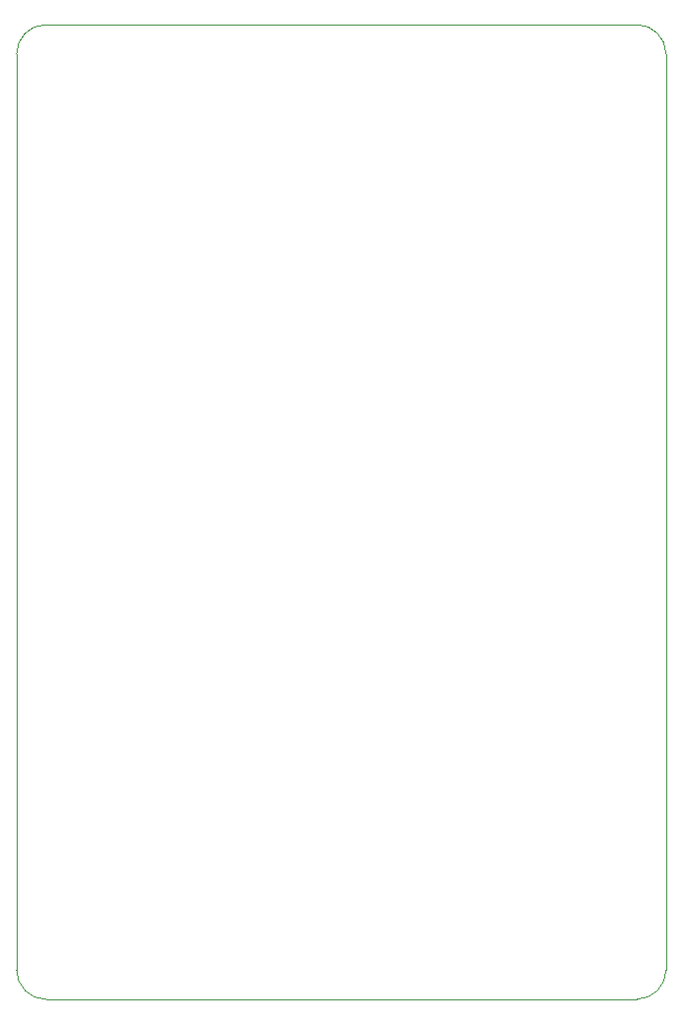
<source format=gbr>
%TF.GenerationSoftware,KiCad,Pcbnew,9.0.4*%
%TF.CreationDate,2025-09-26T16:37:24-04:00*%
%TF.ProjectId,8051_breakout,38303531-5f62-4726-9561-6b6f75742e6b,rev?*%
%TF.SameCoordinates,Original*%
%TF.FileFunction,Profile,NP*%
%FSLAX46Y46*%
G04 Gerber Fmt 4.6, Leading zero omitted, Abs format (unit mm)*
G04 Created by KiCad (PCBNEW 9.0.4) date 2025-09-26 16:37:24*
%MOMM*%
%LPD*%
G01*
G04 APERTURE LIST*
%TA.AperFunction,Profile*%
%ADD10C,0.050000*%
%TD*%
G04 APERTURE END LIST*
D10*
X86360000Y-50800000D02*
X137160000Y-50800000D01*
X83820000Y-132080000D02*
X83820000Y-53340000D01*
X86360000Y-134620000D02*
G75*
G02*
X83820000Y-132080000I0J2540000D01*
G01*
X139700000Y-132080000D02*
G75*
G02*
X137160000Y-134620000I-2540000J0D01*
G01*
X86360000Y-134620000D02*
X137160000Y-134620000D01*
X139700000Y-53340000D02*
X139700000Y-132080000D01*
X137160000Y-50800000D02*
G75*
G02*
X139700000Y-53340000I0J-2540000D01*
G01*
X83820000Y-53340000D02*
G75*
G02*
X86360000Y-50800000I2540000J0D01*
G01*
M02*

</source>
